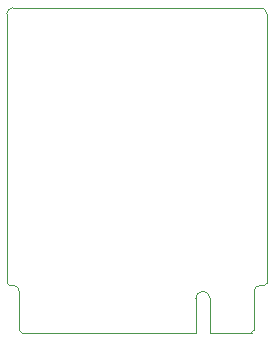
<source format=gbr>
%TF.GenerationSoftware,KiCad,Pcbnew,8.0.4*%
%TF.CreationDate,2024-09-25T00:08:57+05:30*%
%TF.ProjectId,NYSM.2_TMC2209_Stepper_driver,4e59534d-2e32-45f5-944d-43323230395f,rev?*%
%TF.SameCoordinates,Original*%
%TF.FileFunction,Profile,NP*%
%FSLAX46Y46*%
G04 Gerber Fmt 4.6, Leading zero omitted, Abs format (unit mm)*
G04 Created by KiCad (PCBNEW 8.0.4) date 2024-09-25 00:08:57*
%MOMM*%
%LPD*%
G01*
G04 APERTURE LIST*
%TA.AperFunction,Profile*%
%ADD10C,0.050000*%
%TD*%
G04 APERTURE END LIST*
D10*
%TO.C,U2*%
X133780000Y-103900000D02*
X133780000Y-126700000D01*
X133980000Y-126900000D02*
X134330000Y-126900000D01*
X134830000Y-127400000D02*
X134830000Y-130700000D01*
X135030000Y-130900000D02*
X149780000Y-130900000D01*
X149780000Y-128000000D02*
X149780000Y-130900000D01*
X150980000Y-128000000D02*
X150980000Y-130900000D01*
X150980000Y-130900000D02*
X154530000Y-130900000D01*
X154730000Y-130700000D02*
X154730000Y-127400000D01*
X155230000Y-126900000D02*
X155580000Y-126900000D01*
X155280000Y-103400000D02*
X134280000Y-103400000D01*
X155780000Y-126700000D02*
X155780000Y-103900000D01*
X133780000Y-103900000D02*
G75*
G02*
X134280000Y-103400000I500001J-1D01*
G01*
X133980000Y-126900000D02*
G75*
G02*
X133780000Y-126700000I1J200001D01*
G01*
X134330000Y-126900000D02*
G75*
G02*
X134830000Y-127400000I-1J-500001D01*
G01*
X135030000Y-130900000D02*
G75*
G02*
X134830000Y-130700000I1J200001D01*
G01*
X149780000Y-128000000D02*
G75*
G02*
X150380000Y-127400000I600000J0D01*
G01*
X150380000Y-127400000D02*
G75*
G02*
X150980000Y-128000000I0J-600000D01*
G01*
X154730000Y-127400000D02*
G75*
G02*
X155230000Y-126900000I500000J0D01*
G01*
X154730000Y-130700000D02*
G75*
G02*
X154530000Y-130900000I-200000J0D01*
G01*
X155280000Y-103400000D02*
G75*
G02*
X155780000Y-103900000I0J-500000D01*
G01*
X155780000Y-126700000D02*
G75*
G02*
X155580000Y-126900000I-200000J0D01*
G01*
%TD*%
M02*

</source>
